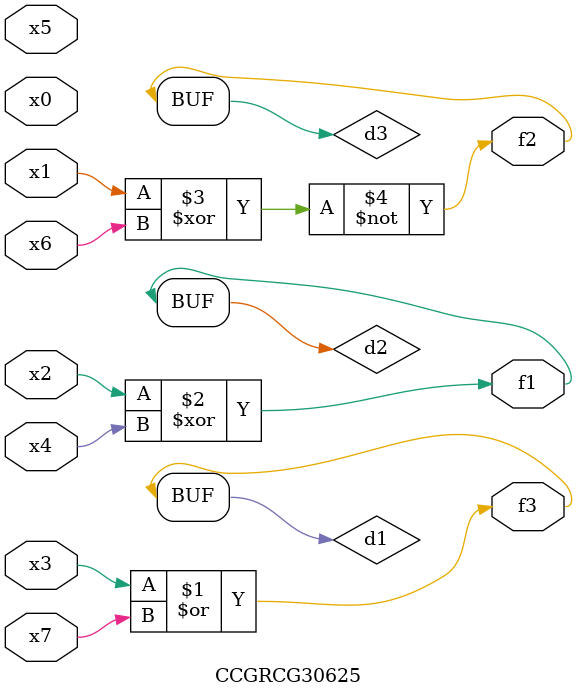
<source format=v>
module CCGRCG30625(
	input x0, x1, x2, x3, x4, x5, x6, x7,
	output f1, f2, f3
);

	wire d1, d2, d3;

	or (d1, x3, x7);
	xor (d2, x2, x4);
	xnor (d3, x1, x6);
	assign f1 = d2;
	assign f2 = d3;
	assign f3 = d1;
endmodule

</source>
